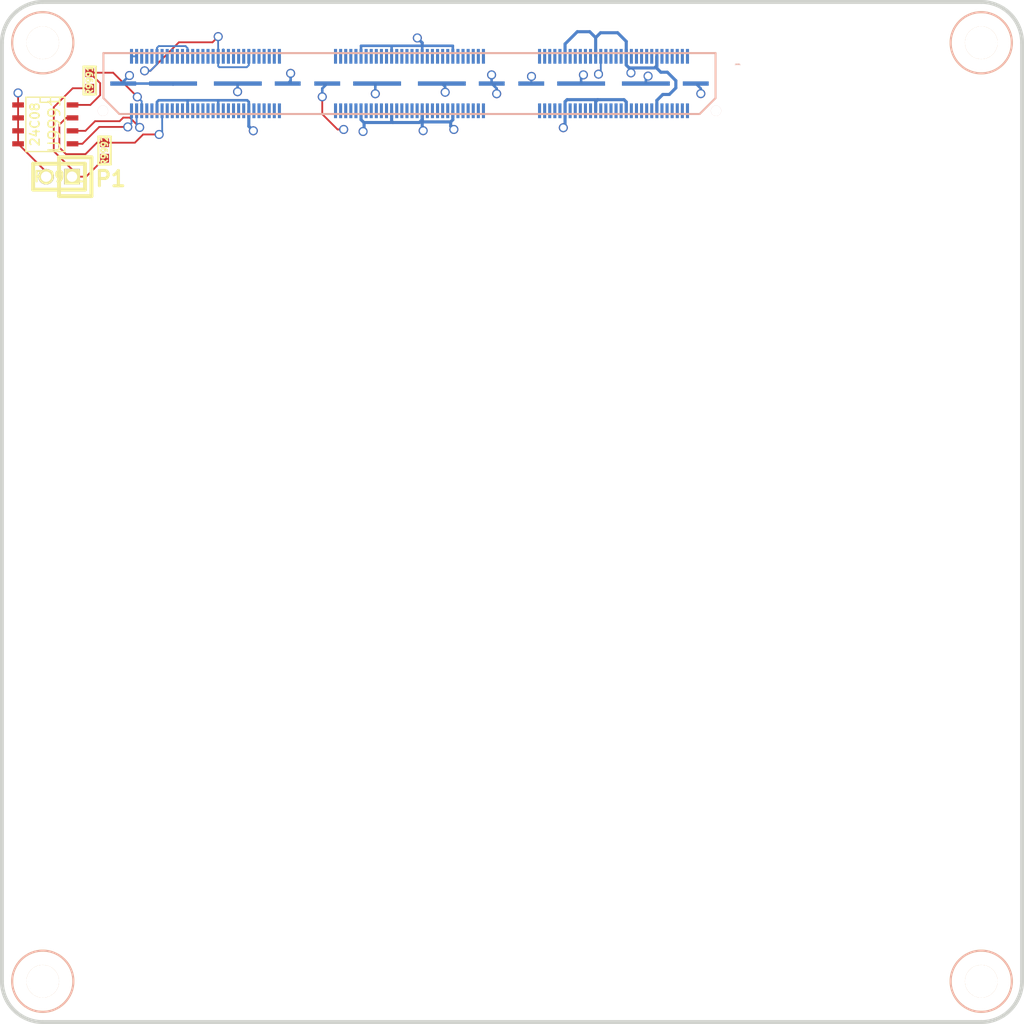
<source format=kicad_pcb>
(kicad_pcb (version 3) (host pcbnew "(2012-nov-02)-testing")

  (general
    (links 45)
    (no_connects 12)
    (area 79.809339 43.809919 180.190141 144.190721)
    (thickness 1.6)
    (drawings 9)
    (tracks 236)
    (zones 0)
    (modules 9)
    (nets 162)
  )

  (page A4)
  (title_block     (title "Daisho Project RS232 Front-End Board")
    (rev 1.0)
    (comment 1 "Copyright © 2013 Benjamin Vernoux")
    (comment 2 "License: GNU General Public License, version 2")
  )

  (layers
    (15 F.Cu signal)
    (2 Inner2.Cu signal)
    (1 Inner1.Cu signal)
    (0 B.Cu signal)
    (16 B.Adhes user)
    (17 F.Adhes user)
    (18 B.Paste user)
    (19 F.Paste user)
    (20 B.SilkS user)
    (21 F.SilkS user)
    (22 B.Mask user)
    (23 F.Mask user)
    (24 Dwgs.User user)
    (25 Cmts.User user)
    (26 Eco1.User user)
    (27 Eco2.User user)
    (28 Edge.Cuts user)
  )

  (setup
    (last_trace_width 0.1778)
    (user_trace_width 0.1778)
    (user_trace_width 0.254)
    (trace_clearance 0.1778)
    (zone_clearance 0.508)
    (zone_45_only no)
    (trace_min 0.1778)
    (segment_width 0.2)
    (edge_width 0.381)
    (via_size 0.889)
    (via_drill 0.635)
    (via_min_size 0.889)
    (via_min_drill 0.508)
    (uvia_size 0.508)
    (uvia_drill 0.127)
    (uvias_allowed no)
    (uvia_min_size 0.508)
    (uvia_min_drill 0.127)
    (pcb_text_width 0.3)
    (pcb_text_size 1.5 1.5)
    (mod_edge_width 0.15)
    (mod_text_size 1.5 1.5)
    (mod_text_width 0.15)
    (pad_size 3.2004 3.2004)
    (pad_drill 3.2004)
    (pad_to_mask_clearance 0.1524)
    (pad_to_paste_clearance_ratio -0.12)
    (aux_axis_origin 0 0)
    (visible_elements 7FFC7FFF)
    (pcbplotparams
      (layerselection 284983303)
      (usegerberextensions true)
      (excludeedgelayer true)
      (linewidth 0)
      (plotframeref false)
      (viasonmask false)
      (mode 1)
      (useauxorigin false)
      (hpglpennumber 1)
      (hpglpenspeed 20)
      (hpglpendiameter 15)
      (hpglpenoverlay 2)
      (psnegative false)
      (psa4output false)
      (plotreference false)
      (plotvalue false)
      (plotothertext true)
      (plotinvisibletext false)
      (padsonsilk false)
      (subtractmaskfromsilk false)
      (outputformat 1)
      (mirror false)
      (drillshape 0)
      (scaleselection 1)
      (outputdirectory gerber/))
  )

  (net 0 "")
  (net 1 !EN-B-TTL)
  (net 2 !EN-D-TTL)
  (net 3 !FORCEOFF-A-TTL)
  (net 4 !FORCEOFF-C-TTL)
  (net 5 !INVALID-A-TTL)
  (net 6 !INVALID-C-TTL)
  (net 7 !SHDN-B-TTL)
  (net 8 !SHDN-D-TTL)
  (net 9 /daisho_connector/FE_I2C_SCL)
  (net 10 /daisho_connector/FE_I2C_SDA)
  (net 11 /daisho_connector/VALT_FE)
  (net 12 /daisho_connector/VRAW_SW)
  (net 13 3V3A)
  (net 14 3V3B)
  (net 15 3V3C)
  (net 16 CD-A-TTL)
  (net 17 CD-B-TTL)
  (net 18 CD-C-TTL)
  (net 19 CD-D-TTL)
  (net 20 CTS-A-TTL)
  (net 21 CTS-B-TTL)
  (net 22 CTS-C-TTL)
  (net 23 CTS-D-TTL)
  (net 24 DSR-A-TTL)
  (net 25 DSR-B-TTL)
  (net 26 DSR-C-TTL)
  (net 27 DSR-D-TTL)
  (net 28 DTR-A-TTL)
  (net 29 DTR-B-TTL)
  (net 30 DTR-C-TTL)
  (net 31 DTR-D-TTL)
  (net 32 FE_I2C_EEPROM_WP)
  (net 33 FE_I2C_VCC)
  (net 34 FORCEON-A-TTL)
  (net 35 FORCEON-C-TTL)
  (net 36 GND)
  (net 37 MBAUD-B-TTL)
  (net 38 MBAUD-D-TTL)
  (net 39 N-000001)
  (net 40 N-0000010)
  (net 41 N-00000103)
  (net 42 N-00000108)
  (net 43 N-00000109)
  (net 44 N-0000011)
  (net 45 N-00000110)
  (net 46 N-00000111)
  (net 47 N-00000112)
  (net 48 N-00000113)
  (net 49 N-00000114)
  (net 50 N-00000115)
  (net 51 N-00000116)
  (net 52 N-00000117)
  (net 53 N-00000118)
  (net 54 N-00000119)
  (net 55 N-0000012)
  (net 56 N-00000120)
  (net 57 N-00000121)
  (net 58 N-00000122)
  (net 59 N-00000123)
  (net 60 N-00000124)
  (net 61 N-00000125)
  (net 62 N-00000126)
  (net 63 N-00000127)
  (net 64 N-00000128)
  (net 65 N-00000129)
  (net 66 N-0000013)
  (net 67 N-00000130)
  (net 68 N-00000131)
  (net 69 N-00000132)
  (net 70 N-00000134)
  (net 71 N-00000135)
  (net 72 N-00000136)
  (net 73 N-00000137)
  (net 74 N-00000138)
  (net 75 N-0000014)
  (net 76 N-0000015)
  (net 77 N-0000016)
  (net 78 N-0000017)
  (net 79 N-0000018)
  (net 80 N-0000019)
  (net 81 N-000002)
  (net 82 N-0000020)
  (net 83 N-0000021)
  (net 84 N-0000022)
  (net 85 N-0000023)
  (net 86 N-0000024)
  (net 87 N-0000025)
  (net 88 N-0000026)
  (net 89 N-0000027)
  (net 90 N-0000028)
  (net 91 N-0000029)
  (net 92 N-000003)
  (net 93 N-0000030)
  (net 94 N-0000031)
  (net 95 N-0000032)
  (net 96 N-0000033)
  (net 97 N-0000034)
  (net 98 N-0000035)
  (net 99 N-0000036)
  (net 100 N-0000037)
  (net 101 N-000004)
  (net 102 N-0000048)
  (net 103 N-0000049)
  (net 104 N-000005)
  (net 105 N-0000050)
  (net 106 N-0000051)
  (net 107 N-0000052)
  (net 108 N-0000053)
  (net 109 N-0000054)
  (net 110 N-0000055)
  (net 111 N-0000056)
  (net 112 N-0000057)
  (net 113 N-0000058)
  (net 114 N-0000059)
  (net 115 N-000006)
  (net 116 N-0000060)
  (net 117 N-0000061)
  (net 118 N-0000062)
  (net 119 N-0000066)
  (net 120 N-000007)
  (net 121 N-0000070)
  (net 122 N-0000071)
  (net 123 N-0000073)
  (net 124 N-0000077)
  (net 125 N-0000078)
  (net 126 N-0000079)
  (net 127 N-000008)
  (net 128 N-0000080)
  (net 129 N-0000081)
  (net 130 N-0000082)
  (net 131 N-0000083)
  (net 132 N-0000084)
  (net 133 N-0000085)
  (net 134 N-0000086)
  (net 135 N-0000087)
  (net 136 N-0000088)
  (net 137 N-0000089)
  (net 138 N-000009)
  (net 139 N-0000090)
  (net 140 N-0000091)
  (net 141 N-0000092)
  (net 142 N-0000093)
  (net 143 N-0000094)
  (net 144 N-0000095)
  (net 145 N-0000096)
  (net 146 RI-A-TTL)
  (net 147 RI-B-TTL)
  (net 148 RI-C-TTL)
  (net 149 RI-D-TTL)
  (net 150 RTS-A-TTL)
  (net 151 RTS-B-TTL)
  (net 152 RTS-C-TTL)
  (net 153 RTS-D-TTL)
  (net 154 RXD-A-TTL)
  (net 155 RXD-B-TTL)
  (net 156 RXD-C-TTL)
  (net 157 RXD-D-TTL)
  (net 158 TXD-A-TTL)
  (net 159 TXD-B-TTL)
  (net 160 TXD-C-TTL)
  (net 161 TXD-D-TTL)

  (net_class Default "This is the default net class."
    (clearance 0.1778)
    (trace_width 0.1778)
    (via_dia 0.889)
    (via_drill 0.635)
    (uvia_dia 0.508)
    (uvia_drill 0.127)
    (add_net "")
    (add_net !EN-B-TTL)
    (add_net !EN-D-TTL)
    (add_net !FORCEOFF-A-TTL)
    (add_net !FORCEOFF-C-TTL)
    (add_net !INVALID-A-TTL)
    (add_net !INVALID-C-TTL)
    (add_net !SHDN-B-TTL)
    (add_net !SHDN-D-TTL)
    (add_net /daisho_connector/FE_I2C_SCL)
    (add_net /daisho_connector/FE_I2C_SDA)
    (add_net /daisho_connector/VALT_FE)
    (add_net /daisho_connector/VRAW_SW)
    (add_net CD-A-TTL)
    (add_net CD-B-TTL)
    (add_net CD-C-TTL)
    (add_net CD-D-TTL)
    (add_net CTS-A-TTL)
    (add_net CTS-B-TTL)
    (add_net CTS-C-TTL)
    (add_net CTS-D-TTL)
    (add_net DSR-A-TTL)
    (add_net DSR-B-TTL)
    (add_net DSR-C-TTL)
    (add_net DSR-D-TTL)
    (add_net DTR-A-TTL)
    (add_net DTR-B-TTL)
    (add_net DTR-C-TTL)
    (add_net DTR-D-TTL)
    (add_net FE_I2C_EEPROM_WP)
    (add_net FE_I2C_VCC)
    (add_net FORCEON-A-TTL)
    (add_net FORCEON-C-TTL)
    (add_net GND)
    (add_net MBAUD-B-TTL)
    (add_net MBAUD-D-TTL)
    (add_net N-000001)
    (add_net N-0000010)
    (add_net N-00000103)
    (add_net N-00000108)
    (add_net N-00000109)
    (add_net N-0000011)
    (add_net N-00000110)
    (add_net N-00000111)
    (add_net N-00000112)
    (add_net N-00000113)
    (add_net N-00000114)
    (add_net N-00000115)
    (add_net N-00000116)
    (add_net N-00000117)
    (add_net N-00000118)
    (add_net N-00000119)
    (add_net N-0000012)
    (add_net N-00000120)
    (add_net N-00000121)
    (add_net N-00000122)
    (add_net N-00000123)
    (add_net N-00000124)
    (add_net N-00000125)
    (add_net N-00000126)
    (add_net N-00000127)
    (add_net N-00000128)
    (add_net N-00000129)
    (add_net N-0000013)
    (add_net N-00000130)
    (add_net N-00000131)
    (add_net N-00000132)
    (add_net N-00000134)
    (add_net N-00000135)
    (add_net N-00000136)
    (add_net N-00000137)
    (add_net N-00000138)
    (add_net N-0000014)
    (add_net N-0000015)
    (add_net N-0000016)
    (add_net N-0000017)
    (add_net N-0000018)
    (add_net N-0000019)
    (add_net N-000002)
    (add_net N-0000020)
    (add_net N-0000021)
    (add_net N-0000022)
    (add_net N-0000023)
    (add_net N-0000024)
    (add_net N-0000025)
    (add_net N-0000026)
    (add_net N-0000027)
    (add_net N-0000028)
    (add_net N-0000029)
    (add_net N-000003)
    (add_net N-0000030)
    (add_net N-0000031)
    (add_net N-0000032)
    (add_net N-0000033)
    (add_net N-0000034)
    (add_net N-0000035)
    (add_net N-0000036)
    (add_net N-0000037)
    (add_net N-000004)
    (add_net N-0000048)
    (add_net N-0000049)
    (add_net N-000005)
    (add_net N-0000050)
    (add_net N-0000051)
    (add_net N-0000052)
    (add_net N-0000053)
    (add_net N-0000054)
    (add_net N-0000055)
    (add_net N-0000056)
    (add_net N-0000057)
    (add_net N-0000058)
    (add_net N-0000059)
    (add_net N-000006)
    (add_net N-0000060)
    (add_net N-0000061)
    (add_net N-0000062)
    (add_net N-0000066)
    (add_net N-000007)
    (add_net N-0000070)
    (add_net N-0000071)
    (add_net N-0000073)
    (add_net N-0000077)
    (add_net N-0000078)
    (add_net N-0000079)
    (add_net N-000008)
    (add_net N-0000080)
    (add_net N-0000081)
    (add_net N-0000082)
    (add_net N-0000083)
    (add_net N-0000084)
    (add_net N-0000085)
    (add_net N-0000086)
    (add_net N-0000087)
    (add_net N-0000088)
    (add_net N-0000089)
    (add_net N-000009)
    (add_net N-0000090)
    (add_net N-0000091)
    (add_net N-0000092)
    (add_net N-0000093)
    (add_net N-0000094)
    (add_net N-0000095)
    (add_net N-0000096)
    (add_net RI-A-TTL)
    (add_net RI-B-TTL)
    (add_net RI-C-TTL)
    (add_net RI-D-TTL)
    (add_net RTS-A-TTL)
    (add_net RTS-B-TTL)
    (add_net RTS-C-TTL)
    (add_net RTS-D-TTL)
    (add_net RXD-A-TTL)
    (add_net RXD-B-TTL)
    (add_net RXD-C-TTL)
    (add_net RXD-D-TTL)
    (add_net TXD-A-TTL)
    (add_net TXD-B-TTL)
    (add_net TXD-C-TTL)
    (add_net TXD-D-TTL)
  )

  (net_class 3V3 ""
    (clearance 0.1778)
    (trace_width 0.3048)
    (via_dia 0.889)
    (via_drill 0.635)
    (uvia_dia 0.508)
    (uvia_drill 0.127)
    (add_net 3V3A)
    (add_net 3V3B)
    (add_net 3V3C)
  )

  (module SAMTEC_QSH-090-01-F-D-A   locked (layer B.Cu) (tedit 525DB7C3) (tstamp 51DDD757)
    (at 119.95 52)
    (path /51D64179/51D6425B)
    (fp_text reference J9991 (at 32.175 -1.875) (layer B.SilkS)
      (effects (font (size 0.127 0.127) (thickness 0.03175)) (justify mirror))
    )
    (fp_text value SAMTEC_QSH-090-D (at -1.525 -5.175) (layer B.SilkS)
      (effects (font (size 0.0004 0.0004) (thickness 0.3048)) (justify mirror))
    )
    (fp_line (start 30.00248 -2.9845) (end -30.00248 -2.9845) (layer B.SilkS) (width 0.2032))
    (fp_line (start -30.00248 -2.9845) (end -30.00248 1.42494) (layer B.SilkS) (width 0.2032))
    (fp_line (start -30.00248 1.42494) (end -28.44292 2.9845) (layer B.SilkS) (width 0.2032))
    (fp_line (start -28.44292 2.9845) (end 28.44292 2.9845) (layer B.SilkS) (width 0.2032))
    (fp_line (start 28.44292 2.9845) (end 30.00248 1.42494) (layer B.SilkS) (width 0.2032))
    (fp_line (start 30.00248 1.42494) (end 30.00248 -2.9845) (layer B.SilkS) (width 0.2032))
    (pad 2 smd rect (at -27.24912 2.66954) (size 0.29972 1.45034)
      (layers B.Cu B.Paste B.Mask)
      (net 10 /daisho_connector/FE_I2C_SDA)
    )
    (pad 1 smd rect (at -27.24912 -2.66954) (size 0.29972 1.45034)
      (layers B.Cu B.Paste B.Mask)
      (net 11 /daisho_connector/VALT_FE)
    )
    (pad 4 smd rect (at -26.74874 2.66954) (size 0.29972 1.45034)
      (layers B.Cu B.Paste B.Mask)
      (net 9 /daisho_connector/FE_I2C_SCL)
    )
    (pad 3 smd rect (at -26.74874 -2.66954) (size 0.29972 1.45034)
      (layers B.Cu B.Paste B.Mask)
      (net 11 /daisho_connector/VALT_FE)
    )
    (pad 6 smd rect (at -26.2509 2.66954) (size 0.29972 1.45034)
      (layers B.Cu B.Paste B.Mask)
      (net 33 FE_I2C_VCC)
    )
    (pad 5 smd rect (at -26.2509 -2.66954) (size 0.29972 1.45034)
      (layers B.Cu B.Paste B.Mask)
      (net 70 N-00000134)
    )
    (pad 8 smd rect (at -25.75052 2.66954) (size 0.29972 1.45034)
      (layers B.Cu B.Paste B.Mask)
      (net 72 N-00000136)
    )
    (pad 7 smd rect (at -25.75052 -2.66954) (size 0.29972 1.45034)
      (layers B.Cu B.Paste B.Mask)
      (net 71 N-00000135)
    )
    (pad 10 smd rect (at -25.25014 2.66954) (size 0.29972 1.45034)
      (layers B.Cu B.Paste B.Mask)
      (net 74 N-00000138)
    )
    (pad 9 smd rect (at -25.25014 -2.66954) (size 0.29972 1.45034)
      (layers B.Cu B.Paste B.Mask)
      (net 73 N-00000137)
    )
    (pad 12 smd rect (at -24.74976 2.66954) (size 0.29972 1.45034)
      (layers B.Cu B.Paste B.Mask)
      (net 13 3V3A)
    )
    (pad 11 smd rect (at -24.74976 -2.66954) (size 0.29972 1.45034)
      (layers B.Cu B.Paste B.Mask)
      (net 12 /daisho_connector/VRAW_SW)
    )
    (pad 14 smd rect (at -24.24938 2.66954) (size 0.29972 1.45034)
      (layers B.Cu B.Paste B.Mask)
      (net 32 FE_I2C_EEPROM_WP)
    )
    (pad 13 smd rect (at -24.24938 -2.66954) (size 0.29972 1.45034)
      (layers B.Cu B.Paste B.Mask)
      (net 7 !SHDN-B-TTL)
    )
    (pad 16 smd rect (at -23.749 2.66954) (size 0.29972 1.45034)
      (layers B.Cu B.Paste B.Mask)
      (net 5 !INVALID-A-TTL)
    )
    (pad 15 smd rect (at -23.749 -2.66954) (size 0.29972 1.45034)
      (layers B.Cu B.Paste B.Mask)
      (net 1 !EN-B-TTL)
    )
    (pad 18 smd rect (at -23.25116 2.66954) (size 0.29972 1.45034)
      (layers B.Cu B.Paste B.Mask)
      (net 3 !FORCEOFF-A-TTL)
    )
    (pad 17 smd rect (at -23.25116 -2.66954) (size 0.29972 1.45034)
      (layers B.Cu B.Paste B.Mask)
      (net 37 MBAUD-B-TTL)
    )
    (pad 20 smd rect (at -22.75078 2.66954) (size 0.29972 1.45034)
      (layers B.Cu B.Paste B.Mask)
      (net 34 FORCEON-A-TTL)
    )
    (pad 19 smd rect (at -22.75078 -2.66954) (size 0.29972 1.45034)
      (layers B.Cu B.Paste B.Mask)
      (net 51 N-00000116)
    )
    (pad 22 smd rect (at -22.2504 2.66954) (size 0.29972 1.45034)
      (layers B.Cu B.Paste B.Mask)
      (net 53 N-00000118)
    )
    (pad 21 smd rect (at -22.2504 -2.66954) (size 0.29972 1.45034)
      (layers B.Cu B.Paste B.Mask)
      (net 52 N-00000117)
    )
    (pad 24 smd rect (at -21.75002 2.66954) (size 0.29972 1.45034)
      (layers B.Cu B.Paste B.Mask)
      (net 13 3V3A)
    )
    (pad 23 smd rect (at -21.75002 -2.66954) (size 0.29972 1.45034)
      (layers B.Cu B.Paste B.Mask)
      (net 12 /daisho_connector/VRAW_SW)
    )
    (pad 26 smd rect (at -21.24964 2.66954) (size 0.29972 1.45034)
      (layers B.Cu B.Paste B.Mask)
      (net 16 CD-A-TTL)
    )
    (pad 25 smd rect (at -21.24964 -2.66954) (size 0.29972 1.45034)
      (layers B.Cu B.Paste B.Mask)
      (net 17 CD-B-TTL)
    )
    (pad 28 smd rect (at -20.74926 2.66954) (size 0.29972 1.45034)
      (layers B.Cu B.Paste B.Mask)
      (net 28 DTR-A-TTL)
    )
    (pad 27 smd rect (at -20.74926 -2.66954) (size 0.29972 1.45034)
      (layers B.Cu B.Paste B.Mask)
      (net 29 DTR-B-TTL)
    )
    (pad 30 smd rect (at -20.24888 2.66954) (size 0.29972 1.45034)
      (layers B.Cu B.Paste B.Mask)
      (net 158 TXD-A-TTL)
    )
    (pad 29 smd rect (at -20.24888 -2.66954) (size 0.29972 1.45034)
      (layers B.Cu B.Paste B.Mask)
      (net 159 TXD-B-TTL)
    )
    (pad 32 smd rect (at -19.75104 2.66954) (size 0.29972 1.45034)
      (layers B.Cu B.Paste B.Mask)
      (net 150 RTS-A-TTL)
    )
    (pad 31 smd rect (at -19.75104 -2.66954) (size 0.29972 1.45034)
      (layers B.Cu B.Paste B.Mask)
      (net 151 RTS-B-TTL)
    )
    (pad 34 smd rect (at -19.25066 2.66954) (size 0.29972 1.45034)
      (layers B.Cu B.Paste B.Mask)
      (net 146 RI-A-TTL)
    )
    (pad 33 smd rect (at -19.25066 -2.66954) (size 0.29972 1.45034)
      (layers B.Cu B.Paste B.Mask)
      (net 147 RI-B-TTL)
    )
    (pad 36 smd rect (at -18.75028 2.66954) (size 0.29972 1.45034)
      (layers B.Cu B.Paste B.Mask)
      (net 13 3V3A)
    )
    (pad 35 smd rect (at -18.75028 -2.66954) (size 0.29972 1.45034)
      (layers B.Cu B.Paste B.Mask)
      (net 12 /daisho_connector/VRAW_SW)
    )
    (pad 38 smd rect (at -18.2499 2.66954) (size 0.29972 1.45034)
      (layers B.Cu B.Paste B.Mask)
      (net 20 CTS-A-TTL)
    )
    (pad 37 smd rect (at -18.2499 -2.66954) (size 0.29972 1.45034)
      (layers B.Cu B.Paste B.Mask)
      (net 21 CTS-B-TTL)
    )
    (pad 40 smd rect (at -17.74952 2.66954) (size 0.29972 1.45034)
      (layers B.Cu B.Paste B.Mask)
      (net 154 RXD-A-TTL)
    )
    (pad 39 smd rect (at -17.74952 -2.66954) (size 0.29972 1.45034)
      (layers B.Cu B.Paste B.Mask)
      (net 155 RXD-B-TTL)
    )
    (pad 42 smd rect (at -17.24914 2.66954) (size 0.29972 1.45034)
      (layers B.Cu B.Paste B.Mask)
      (net 24 DSR-A-TTL)
    )
    (pad 41 smd rect (at -17.24914 -2.66954) (size 0.29972 1.45034)
      (layers B.Cu B.Paste B.Mask)
      (net 25 DSR-B-TTL)
    )
    (pad 44 smd rect (at -16.74876 2.66954) (size 0.29972 1.45034)
      (layers B.Cu B.Paste B.Mask)
      (net 54 N-00000119)
    )
    (pad 43 smd rect (at -16.74876 -2.66954) (size 0.29972 1.45034)
      (layers B.Cu B.Paste B.Mask)
      (net 63 N-00000127)
    )
    (pad 46 smd rect (at -16.25092 2.66954) (size 0.29972 1.45034)
      (layers B.Cu B.Paste B.Mask)
      (net 56 N-00000120)
    )
    (pad 45 smd rect (at -16.25092 -2.66954) (size 0.29972 1.45034)
      (layers B.Cu B.Paste B.Mask)
      (net 64 N-00000128)
    )
    (pad 48 smd rect (at -15.75054 2.66954) (size 0.29972 1.45034)
      (layers B.Cu B.Paste B.Mask)
      (net 13 3V3A)
    )
    (pad 47 smd rect (at -15.75054 -2.66954) (size 0.29972 1.45034)
      (layers B.Cu B.Paste B.Mask)
      (net 12 /daisho_connector/VRAW_SW)
    )
    (pad 50 smd rect (at -15.25016 2.66954) (size 0.29972 1.45034)
      (layers B.Cu B.Paste B.Mask)
      (net 57 N-00000121)
    )
    (pad 49 smd rect (at -15.25016 -2.66954) (size 0.29972 1.45034)
      (layers B.Cu B.Paste B.Mask)
      (net 65 N-00000129)
    )
    (pad 52 smd rect (at -14.74978 2.66954) (size 0.29972 1.45034)
      (layers B.Cu B.Paste B.Mask)
      (net 58 N-00000122)
    )
    (pad 51 smd rect (at -14.74978 -2.66954) (size 0.29972 1.45034)
      (layers B.Cu B.Paste B.Mask)
      (net 67 N-00000130)
    )
    (pad 54 smd rect (at -14.2494 2.66954) (size 0.29972 1.45034)
      (layers B.Cu B.Paste B.Mask)
      (net 59 N-00000123)
    )
    (pad 53 smd rect (at -14.2494 -2.66954) (size 0.29972 1.45034)
      (layers B.Cu B.Paste B.Mask)
      (net 68 N-00000131)
    )
    (pad 56 smd rect (at -13.74902 2.66954) (size 0.29972 1.45034)
      (layers B.Cu B.Paste B.Mask)
      (net 49 N-00000114)
    )
    (pad 55 smd rect (at -13.74902 -2.66954) (size 0.29972 1.45034)
      (layers B.Cu B.Paste B.Mask)
      (net 69 N-00000132)
    )
    (pad 58 smd rect (at -13.25118 2.66954) (size 0.29972 1.45034)
      (layers B.Cu B.Paste B.Mask)
      (net 61 N-00000125)
    )
    (pad 57 smd rect (at -13.25118 -2.66954) (size 0.29972 1.45034)
      (layers B.Cu B.Paste B.Mask)
      (net 60 N-00000124)
    )
    (pad 60 smd rect (at -12.7508 2.66954) (size 0.29972 1.45034)
      (layers B.Cu B.Paste B.Mask)
      (net 62 N-00000126)
    )
    (pad 59 smd rect (at -12.7508 -2.66954) (size 0.29972 1.45034)
      (layers B.Cu B.Paste B.Mask)
      (net 48 N-00000113)
    )
    (pad A0 smd rect (at -28.06446 0) (size 2.54 0.42926)
      (layers B.Cu B.Paste B.Mask)
      (net 36 GND)
    )
    (pad A1 smd rect (at -23.17496 0) (size 4.699 0.42926)
      (layers B.Cu B.Paste B.Mask)
      (net 36 GND)
    )
    (pad A2 smd rect (at -16.82496 0) (size 4.699 0.42926)
      (layers B.Cu B.Paste B.Mask)
      (net 36 GND)
    )
    (pad A3 smd rect (at -11.93546 0) (size 2.54 0.42926)
      (layers B.Cu B.Paste B.Mask)
      (net 36 GND)
    )
    (pad 62 smd rect (at -7.24916 2.66954) (size 0.29972 1.45034)
      (layers B.Cu B.Paste B.Mask)
      (net 84 N-0000022)
    )
    (pad 61 smd rect (at -7.24916 -2.66954) (size 0.29972 1.45034)
      (layers B.Cu B.Paste B.Mask)
      (net 39 N-000001)
    )
    (pad 64 smd rect (at -6.74878 2.66954) (size 0.29972 1.45034)
      (layers B.Cu B.Paste B.Mask)
      (net 85 N-0000023)
    )
    (pad 63 smd rect (at -6.74878 -2.66954) (size 0.29972 1.45034)
      (layers B.Cu B.Paste B.Mask)
      (net 55 N-0000012)
    )
    (pad 66 smd rect (at -6.25094 2.66954) (size 0.29972 1.45034)
      (layers B.Cu B.Paste B.Mask)
      (net 86 N-0000024)
    )
    (pad 65 smd rect (at -6.25094 -2.66954) (size 0.29972 1.45034)
      (layers B.Cu B.Paste B.Mask)
      (net 66 N-0000013)
    )
    (pad 68 smd rect (at -5.75056 2.66954) (size 0.29972 1.45034)
      (layers B.Cu B.Paste B.Mask)
      (net 87 N-0000025)
    )
    (pad 67 smd rect (at -5.75056 -2.66954) (size 0.29972 1.45034)
      (layers B.Cu B.Paste B.Mask)
      (net 75 N-0000014)
    )
    (pad 70 smd rect (at -5.25018 2.66954) (size 0.29972 1.45034)
      (layers B.Cu B.Paste B.Mask)
      (net 88 N-0000026)
    )
    (pad 69 smd rect (at -5.25018 -2.66954) (size 0.29972 1.45034)
      (layers B.Cu B.Paste B.Mask)
      (net 76 N-0000015)
    )
    (pad 72 smd rect (at -4.7498 2.66954) (size 0.29972 1.45034)
      (layers B.Cu B.Paste B.Mask)
      (net 14 3V3B)
    )
    (pad 71 smd rect (at -4.7498 -2.66954) (size 0.29972 1.45034)
      (layers B.Cu B.Paste B.Mask)
      (net 14 3V3B)
    )
    (pad 74 smd rect (at -4.24942 2.66954) (size 0.29972 1.45034)
      (layers B.Cu B.Paste B.Mask)
      (net 89 N-0000027)
    )
    (pad 73 smd rect (at -4.24942 -2.66954) (size 0.29972 1.45034)
      (layers B.Cu B.Paste B.Mask)
      (net 77 N-0000016)
    )
    (pad 76 smd rect (at -3.74904 2.66954) (size 0.29972 1.45034)
      (layers B.Cu B.Paste B.Mask)
      (net 90 N-0000028)
    )
    (pad 75 smd rect (at -3.74904 -2.66954) (size 0.29972 1.45034)
      (layers B.Cu B.Paste B.Mask)
      (net 78 N-0000017)
    )
    (pad 78 smd rect (at -3.2512 2.66954) (size 0.29972 1.45034)
      (layers B.Cu B.Paste B.Mask)
      (net 83 N-0000021)
    )
    (pad 77 smd rect (at -3.2512 -2.66954) (size 0.29972 1.45034)
      (layers B.Cu B.Paste B.Mask)
      (net 79 N-0000018)
    )
    (pad 80 smd rect (at -2.75082 2.66954) (size 0.29972 1.45034)
      (layers B.Cu B.Paste B.Mask)
      (net 93 N-0000030)
    )
    (pad 79 smd rect (at -2.75082 -2.66954) (size 0.29972 1.45034)
      (layers B.Cu B.Paste B.Mask)
      (net 80 N-0000019)
    )
    (pad 82 smd rect (at -2.25044 2.66954) (size 0.29972 1.45034)
      (layers B.Cu B.Paste B.Mask)
      (net 94 N-0000031)
    )
    (pad 81 smd rect (at -2.25044 -2.66954) (size 0.29972 1.45034)
      (layers B.Cu B.Paste B.Mask)
      (net 82 N-0000020)
    )
    (pad 84 smd rect (at -1.75006 2.66954) (size 0.29972 1.45034)
      (layers B.Cu B.Paste B.Mask)
      (net 14 3V3B)
    )
    (pad 83 smd rect (at -1.75006 -2.66954) (size 0.29972 1.45034)
      (layers B.Cu B.Paste B.Mask)
      (net 14 3V3B)
    )
    (pad 86 smd rect (at -1.24968 2.66954) (size 0.29972 1.45034)
      (layers B.Cu B.Paste B.Mask)
      (net 95 N-0000032)
    )
    (pad 85 smd rect (at -1.24968 -2.66954) (size 0.29972 1.45034)
      (layers B.Cu B.Paste B.Mask)
      (net 91 N-0000029)
    )
    (pad 88 smd rect (at -0.7493 2.66954) (size 0.29972 1.45034)
      (layers B.Cu B.Paste B.Mask)
      (net 96 N-0000033)
    )
    (pad 87 smd rect (at -0.7493 -2.66954) (size 0.29972 1.45034)
      (layers B.Cu B.Paste B.Mask)
      (net 103 N-0000049)
    )
    (pad 90 smd rect (at -0.24892 2.66954) (size 0.29972 1.45034)
      (layers B.Cu B.Paste B.Mask)
      (net 97 N-0000034)
    )
    (pad 89 smd rect (at -0.24892 -2.66954) (size 0.29972 1.45034)
      (layers B.Cu B.Paste B.Mask)
      (net 105 N-0000050)
    )
    (pad 92 smd rect (at 0.24892 2.66954) (size 0.29972 1.45034)
      (layers B.Cu B.Paste B.Mask)
      (net 98 N-0000035)
    )
    (pad 91 smd rect (at 0.24892 -2.66954) (size 0.29972 1.45034)
      (layers B.Cu B.Paste B.Mask)
      (net 106 N-0000051)
    )
    (pad 94 smd rect (at 0.7493 2.66954) (size 0.29972 1.45034)
      (layers B.Cu B.Paste B.Mask)
      (net 99 N-0000036)
    )
    (pad 93 smd rect (at 0.7493 -2.66954) (size 0.29972 1.45034)
      (layers B.Cu B.Paste B.Mask)
      (net 107 N-0000052)
    )
    (pad 96 smd rect (at 1.24968 2.66954) (size 0.29972 1.45034)
      (layers B.Cu B.Paste B.Mask)
      (net 14 3V3B)
    )
    (pad 95 smd rect (at 1.24968 -2.66954) (size 0.29972 1.45034)
      (layers B.Cu B.Paste B.Mask)
      (net 14 3V3B)
    )
    (pad 98 smd rect (at 1.75006 2.66954) (size 0.29972 1.45034)
      (layers B.Cu B.Paste B.Mask)
      (net 100 N-0000037)
    )
    (pad 97 smd rect (at 1.75006 -2.66954) (size 0.29972 1.45034)
      (layers B.Cu B.Paste B.Mask)
      (net 110 N-0000055)
    )
    (pad 100 smd rect (at 2.25044 2.66954) (size 0.29972 1.45034)
      (layers B.Cu B.Paste B.Mask)
      (net 44 N-0000011)
    )
    (pad 99 smd rect (at 2.25044 -2.66954) (size 0.29972 1.45034)
      (layers B.Cu B.Paste B.Mask)
      (net 109 N-0000054)
    )
    (pad 102 smd rect (at 2.75082 2.66954) (size 0.29972 1.45034)
      (layers B.Cu B.Paste B.Mask)
      (net 81 N-000002)
    )
    (pad 101 smd rect (at 2.75082 -2.66954) (size 0.29972 1.45034)
      (layers B.Cu B.Paste B.Mask)
      (net 108 N-0000053)
    )
    (pad 104 smd rect (at 3.2512 2.66954) (size 0.29972 1.45034)
      (layers B.Cu B.Paste B.Mask)
      (net 92 N-000003)
    )
    (pad 103 smd rect (at 3.2512 -2.66954) (size 0.29972 1.45034)
      (layers B.Cu B.Paste B.Mask)
      (net 111 N-0000056)
    )
    (pad 106 smd rect (at 3.74904 2.66954) (size 0.29972 1.45034)
      (layers B.Cu B.Paste B.Mask)
      (net 101 N-000004)
    )
    (pad 105 smd rect (at 3.74904 -2.66954) (size 0.29972 1.45034)
      (layers B.Cu B.Paste B.Mask)
      (net 112 N-0000057)
    )
    (pad 108 smd rect (at 4.24942 2.66954) (size 0.29972 1.45034)
      (layers B.Cu B.Paste B.Mask)
      (net 14 3V3B)
    )
    (pad 107 smd rect (at 4.24942 -2.66954) (size 0.29972 1.45034)
      (layers B.Cu B.Paste B.Mask)
      (net 14 3V3B)
    )
    (pad 110 smd rect (at 4.7498 2.66954) (size 0.29972 1.45034)
      (layers B.Cu B.Paste B.Mask)
      (net 104 N-000005)
    )
    (pad 109 smd rect (at 4.7498 -2.66954) (size 0.29972 1.45034)
      (layers B.Cu B.Paste B.Mask)
      (net 102 N-0000048)
    )
    (pad 112 smd rect (at 5.25018 2.66954) (size 0.29972 1.45034)
      (layers B.Cu B.Paste B.Mask)
      (net 115 N-000006)
    )
    (pad 111 smd rect (at 5.25018 -2.66954) (size 0.29972 1.45034)
      (layers B.Cu B.Paste B.Mask)
      (net 113 N-0000058)
    )
    (pad 114 smd rect (at 5.75056 2.66954) (size 0.29972 1.45034)
      (layers B.Cu B.Paste B.Mask)
      (net 120 N-000007)
    )
    (pad 113 smd rect (at 5.75056 -2.66954) (size 0.29972 1.45034)
      (layers B.Cu B.Paste B.Mask)
      (net 114 N-0000059)
    )
    (pad 116 smd rect (at 6.25094 2.66954) (size 0.29972 1.45034)
      (layers B.Cu B.Paste B.Mask)
      (net 127 N-000008)
    )
    (pad 115 smd rect (at 6.25094 -2.66954) (size 0.29972 1.45034)
      (layers B.Cu B.Paste B.Mask)
      (net 116 N-0000060)
    )
    (pad 118 smd rect (at 6.74878 2.66954) (size 0.29972 1.45034)
      (layers B.Cu B.Paste B.Mask)
      (net 138 N-000009)
    )
    (pad 117 smd rect (at 6.74878 -2.66954) (size 0.29972 1.45034)
      (layers B.Cu B.Paste B.Mask)
      (net 117 N-0000061)
    )
    (pad 120 smd rect (at 7.24916 2.66954) (size 0.29972 1.45034)
      (layers B.Cu B.Paste B.Mask)
      (net 40 N-0000010)
    )
    (pad 119 smd rect (at 7.24916 -2.66954) (size 0.29972 1.45034)
      (layers B.Cu B.Paste B.Mask)
      (net 118 N-0000062)
    )
    (pad B0 smd rect (at -8.0645 0) (size 2.54 0.42926)
      (layers B.Cu B.Paste B.Mask)
      (net 36 GND)
    )
    (pad B1 smd rect (at -3.175 0) (size 4.699 0.42926)
      (layers B.Cu B.Paste B.Mask)
      (net 36 GND)
    )
    (pad B2 smd rect (at 3.175 0) (size 4.699 0.42926)
      (layers B.Cu B.Paste B.Mask)
      (net 36 GND)
    )
    (pad B3 smd rect (at 8.0645 0) (size 2.54 0.42926)
      (layers B.Cu B.Paste B.Mask)
      (net 36 GND)
    )
    (pad 122 smd rect (at 12.7508 2.66954) (size 0.29972 1.45034)
      (layers B.Cu B.Paste B.Mask)
      (net 128 N-0000080)
    )
    (pad 121 smd rect (at 12.7508 -2.66954) (size 0.29972 1.45034)
      (layers B.Cu B.Paste B.Mask)
      (net 42 N-00000108)
    )
    (pad 124 smd rect (at 13.25118 2.66954) (size 0.29972 1.45034)
      (layers B.Cu B.Paste B.Mask)
      (net 129 N-0000081)
    )
    (pad 123 smd rect (at 13.25118 -2.66954) (size 0.29972 1.45034)
      (layers B.Cu B.Paste B.Mask)
      (net 43 N-00000109)
    )
    (pad 126 smd rect (at 13.74902 2.66954) (size 0.29972 1.45034)
      (layers B.Cu B.Paste B.Mask)
      (net 130 N-0000082)
    )
    (pad 125 smd rect (at 13.74902 -2.66954) (size 0.29972 1.45034)
      (layers B.Cu B.Paste B.Mask)
      (net 135 N-0000087)
    )
    (pad 128 smd rect (at 14.2494 2.66954) (size 0.29972 1.45034)
      (layers B.Cu B.Paste B.Mask)
      (net 131 N-0000083)
    )
    (pad 127 smd rect (at 14.2494 -2.66954) (size 0.29972 1.45034)
      (layers B.Cu B.Paste B.Mask)
      (net 125 N-0000078)
    )
    (pad 130 smd rect (at 14.74978 2.66954) (size 0.29972 1.45034)
      (layers B.Cu B.Paste B.Mask)
      (net 132 N-0000084)
    )
    (pad 129 smd rect (at 14.74978 -2.66954) (size 0.29972 1.45034)
      (layers B.Cu B.Paste B.Mask)
      (net 126 N-0000079)
    )
    (pad 132 smd rect (at 15.25016 2.66954) (size 0.29972 1.45034)
      (layers B.Cu B.Paste B.Mask)
      (net 15 3V3C)
    )
    (pad 131 smd rect (at 15.25016 -2.66954) (size 0.29972 1.45034)
      (layers B.Cu B.Paste B.Mask)
      (net 15 3V3C)
    )
    (pad 134 smd rect (at 15.75054 2.66954) (size 0.29972 1.45034)
      (layers B.Cu B.Paste B.Mask)
      (net 133 N-0000085)
    )
    (pad 133 smd rect (at 15.75054 -2.66954) (size 0.29972 1.45034)
      (layers B.Cu B.Paste B.Mask)
      (net 122 N-0000071)
    )
    (pad 136 smd rect (at 16.25092 2.66954) (size 0.29972 1.45034)
      (layers B.Cu B.Paste B.Mask)
      (net 6 !INVALID-C-TTL)
    )
    (pad 135 smd rect (at 16.25092 -2.66954) (size 0.29972 1.45034)
      (layers B.Cu B.Paste B.Mask)
      (net 8 !SHDN-D-TTL)
    )
    (pad 138 smd rect (at 16.74876 2.66954) (size 0.29972 1.45034)
      (layers B.Cu B.Paste B.Mask)
      (net 4 !FORCEOFF-C-TTL)
    )
    (pad 137 smd rect (at 16.74876 -2.66954) (size 0.29972 1.45034)
      (layers B.Cu B.Paste B.Mask)
      (net 2 !EN-D-TTL)
    )
    (pad 140 smd rect (at 17.24914 2.66954) (size 0.29972 1.45034)
      (layers B.Cu B.Paste B.Mask)
      (net 35 FORCEON-C-TTL)
    )
    (pad 139 smd rect (at 17.24914 -2.66954) (size 0.29972 1.45034)
      (layers B.Cu B.Paste B.Mask)
      (net 38 MBAUD-D-TTL)
    )
    (pad 142 smd rect (at 17.74952 2.66954) (size 0.29972 1.45034)
      (layers B.Cu B.Paste B.Mask)
      (net 47 N-00000112)
    )
    (pad 141 smd rect (at 17.74952 -2.66954) (size 0.29972 1.45034)
      (layers B.Cu B.Paste B.Mask)
      (net 46 N-00000111)
    )
    (pad 144 smd rect (at 18.2499 2.66954) (size 0.29972 1.45034)
      (layers B.Cu B.Paste B.Mask)
      (net 15 3V3C)
    )
    (pad 143 smd rect (at 18.2499 -2.66954) (size 0.29972 1.45034)
      (layers B.Cu B.Paste B.Mask)
      (net 15 3V3C)
    )
    (pad 146 smd rect (at 18.75028 2.66954) (size 0.29972 1.45034)
      (layers B.Cu B.Paste B.Mask)
      (net 18 CD-C-TTL)
    )
    (pad 145 smd rect (at 18.75028 -2.66954) (size 0.29972 1.45034)
      (layers B.Cu B.Paste B.Mask)
      (net 19 CD-D-TTL)
    )
    (pad 148 smd rect (at 19.25066 2.66954) (size 0.29972 1.45034)
      (layers B.Cu B.Paste B.Mask)
      (net 30 DTR-C-TTL)
    )
    (pad 147 smd rect (at 19.25066 -2.66954) (size 0.29972 1.45034)
      (layers B.Cu B.Paste B.Mask)
      (net 31 DTR-D-TTL)
    )
    (pad 150 smd rect (at 19.75104 2.66954) (size 0.29972 1.45034)
      (layers B.Cu B.Paste B.Mask)
      (net 160 TXD-C-TTL)
    )
    (pad 149 smd rect (at 19.75104 -2.66954) (size 0.29972 1.45034)
      (layers B.Cu B.Paste B.Mask)
      (net 161 TXD-D-TTL)
    )
    (pad 152 smd rect (at 20.24888 2.66954) (size 0.29972 1.45034)
      (layers B.Cu B.Paste B.Mask)
      (net 152 RTS-C-TTL)
    )
    (pad 151 smd rect (at 20.24888 -2.66954) (size 0.29972 1.45034)
      (layers B.Cu B.Paste B.Mask)
      (net 153 RTS-D-TTL)
    )
    (pad 154 smd rect (at 20.74926 2.66954) (size 0.29972 1.45034)
      (layers B.Cu B.Paste B.Mask)
      (net 148 RI-C-TTL)
    )
    (pad 153 smd rect (at 20.74926 -2.66954) (size 0.29972 1.45034)
      (layers B.Cu B.Paste B.Mask)
      (net 149 RI-D-TTL)
    )
    (pad 156 smd rect (at 21.24964 2.66954) (size 0.29972 1.45034)
      (layers B.Cu B.Paste B.Mask)
      (net 15 3V3C)
    )
    (pad 155 smd rect (at 21.24964 -2.66954) (size 0.29972 1.45034)
      (layers B.Cu B.Paste B.Mask)
      (net 15 3V3C)
    )
    (pad 158 smd rect (at 21.75002 2.66954) (size 0.29972 1.45034)
      (layers B.Cu B.Paste B.Mask)
      (net 22 CTS-C-TTL)
    )
    (pad 157 smd rect (at 21.75002 -2.66954) (size 0.29972 1.45034)
      (layers B.Cu B.Paste B.Mask)
      (net 23 CTS-D-TTL)
    )
    (pad 160 smd rect (at 22.2504 2.66954) (size 0.29972 1.45034)
      (layers B.Cu B.Paste B.Mask)
      (net 156 RXD-C-TTL)
    )
    (pad 159 smd rect (at 22.2504 -2.66954) (size 0.29972 1.45034)
      (layers B.Cu B.Paste B.Mask)
      (net 157 RXD-D-TTL)
    )
    (pad 162 smd rect (at 22.75078 2.66954) (size 0.29972 1.45034)
      (layers B.Cu B.Paste B.Mask)
      (net 26 DSR-C-TTL)
    )
    (pad 161 smd rect (at 22.75078 -2.66954) (size 0.29972 1.45034)
      (layers B.Cu B.Paste B.Mask)
      (net 27 DSR-D-TTL)
    )
    (pad 164 smd rect (at 23.25116 2.66954) (size 0.29972 1.45034)
      (layers B.Cu B.Paste B.Mask)
      (net 50 N-00000115)
    )
    (pad 163 smd rect (at 23.25116 -2.66954) (size 0.29972 1.45034)
      (layers B.Cu B.Paste B.Mask)
      (net 123 N-0000073)
    )
    (pad 166 smd rect (at 23.749 2.66954) (size 0.29972 1.45034)
      (layers B.Cu B.Paste B.Mask)
      (net 41 N-00000103)
    )
    (pad 165 smd rect (at 23.749 -2.66954) (size 0.29972 1.45034)
      (layers B.Cu B.Paste B.Mask)
      (net 45 N-00000110)
    )
    (pad 168 smd rect (at 24.24938 2.66954) (size 0.29972 1.45034)
      (layers B.Cu B.Paste B.Mask)
      (net 15 3V3C)
    )
    (pad 167 smd rect (at 24.24938 -2.66954) (size 0.29972 1.45034)
      (layers B.Cu B.Paste B.Mask)
      (net 15 3V3C)
    )
    (pad 170 smd rect (at 24.74976 2.66954) (size 0.29972 1.45034)
      (layers B.Cu B.Paste B.Mask)
      (net 145 N-0000096)
    )
    (pad 169 smd rect (at 24.74976 -2.66954) (size 0.29972 1.45034)
      (layers B.Cu B.Paste B.Mask)
      (net 121 N-0000070)
    )
    (pad 172 smd rect (at 25.25014 2.66954) (size 0.29972 1.45034)
      (layers B.Cu B.Paste B.Mask)
      (net 144 N-0000095)
    )
    (pad 171 smd rect (at 25.25014 -2.66954) (size 0.29972 1.45034)
      (layers B.Cu B.Paste B.Mask)
      (net 139 N-0000090)
    )
    (pad 174 smd rect (at 25.75052 2.66954) (size 0.29972 1.45034)
      (layers B.Cu B.Paste B.Mask)
      (net 143 N-0000094)
    )
    (pad 173 smd rect (at 25.75052 -2.66954) (size 0.29972 1.45034)
      (layers B.Cu B.Paste B.Mask)
      (net 134 N-0000086)
    )
    (pad 176 smd rect (at 26.2509 2.66954) (size 0.29972 1.45034)
      (layers B.Cu B.Paste B.Mask)
      (net 142 N-0000093)
    )
    (pad 175 smd rect (at 26.2509 -2.66954) (size 0.29972 1.45034)
      (layers B.Cu B.Paste B.Mask)
      (net 124 N-0000077)
    )
    (pad 178 smd rect (at 26.74874 2.66954) (size 0.29972 1.45034)
      (layers B.Cu B.Paste B.Mask)
      (net 141 N-0000092)
    )
    (pad 177 smd rect (at 26.74874 -2.66954) (size 0.29972 1.45034)
      (layers B.Cu B.Paste B.Mask)
      (net 136 N-0000088)
    )
    (pad 180 smd rect (at 27.24912 2.66954) (size 0.29972 1.45034)
      (layers B.Cu B.Paste B.Mask)
      (net 140 N-0000091)
    )
    (pad 179 smd rect (at 27.24912 -2.66954) (size 0.29972 1.45034)
      (layers B.Cu B.Paste B.Mask)
      (net 137 N-0000089)
    )
    (pad C0 smd rect (at 11.93546 0) (size 2.54 0.42926)
      (layers B.Cu B.Paste B.Mask)
      (net 36 GND)
    )
    (pad C1 smd rect (at 16.82496 0) (size 4.699 0.42926)
      (layers B.Cu B.Paste B.Mask)
      (net 36 GND)
    )
    (pad C2 smd rect (at 23.17496 0) (size 4.699 0.42926)
      (layers B.Cu B.Paste B.Mask)
      (net 36 GND)
    )
    (pad C3 smd rect (at 28.06446 0) (size 2.54 0.42926)
      (layers B.Cu B.Paste B.Mask)
      (net 36 GND)
    )
    (pad "" np_thru_hole circle (at -30.05074 2.66954) (size 1.02108 1.02108) (drill 1.02108)
      (layers *.Cu *.Mask B.SilkS)
    )
    (pad "" np_thru_hole circle (at 30.05074 2.66954) (size 1.02108 1.02108) (drill 1.02108)
      (layers *.Cu *.Mask B.SilkS)
    )
  )

  (module GSG-HOLE126MIL   locked (layer F.Cu) (tedit 5182AD5A) (tstamp 51DDD63C)
    (at 84.0003 48.0009)
    (path /51D640A3)
    (fp_text reference H1 (at 0 0) (layer F.SilkS) hide
      (effects (font (size 1.00076 1.00076) (thickness 0.2032)))
    )
    (fp_text value HOLE (at 0 0) (layer F.SilkS) hide
      (effects (font (size 1.00076 1.00076) (thickness 0.2032)))
    )
    (fp_circle (center 0 0) (end 2.99974 0) (layer F.SilkS) (width 0.2032))
    (fp_circle (center 0 0) (end 2.99974 0) (layer B.SilkS) (width 0.2032))
    (pad "" np_thru_hole circle (at 0 0) (size 3.2004 3.2004) (drill 3.2004)
      (layers *.Cu *.SilkS *.Mask)
      (die_length -2147.483648)
    )
  )

  (module GSG-HOLE126MIL   locked (layer F.Cu) (tedit 5182AD5A) (tstamp 51DDD634)
    (at 175.999 48.0009)
    (path /51D64091)
    (fp_text reference H2 (at 0 0) (layer F.SilkS) hide
      (effects (font (size 1.00076 1.00076) (thickness 0.2032)))
    )
    (fp_text value HOLE (at 0 0) (layer F.SilkS) hide
      (effects (font (size 1.00076 1.00076) (thickness 0.2032)))
    )
    (fp_circle (center 0 0) (end 2.99974 0) (layer F.SilkS) (width 0.2032))
    (fp_circle (center 0 0) (end 2.99974 0) (layer B.SilkS) (width 0.2032))
    (pad "" np_thru_hole circle (at 0 0) (size 3.2004 3.2004) (drill 3.2004)
      (layers *.Cu *.SilkS *.Mask)
      (die_length -2147.483648)
    )
  )

  (module GSG-HOLE126MIL   locked (layer F.Cu) (tedit 5182AD5A) (tstamp 51DDD62C)
    (at 84.0003 140)
    (path /51D6408B)
    (fp_text reference H3 (at 0 0) (layer F.SilkS) hide
      (effects (font (size 1.00076 1.00076) (thickness 0.2032)))
    )
    (fp_text value HOLE (at 0 0) (layer F.SilkS) hide
      (effects (font (size 1.00076 1.00076) (thickness 0.2032)))
    )
    (fp_circle (center 0 0) (end 2.99974 0) (layer F.SilkS) (width 0.2032))
    (fp_circle (center 0 0) (end 2.99974 0) (layer B.SilkS) (width 0.2032))
    (pad "" np_thru_hole circle (at 0 0) (size 3.2004 3.2004) (drill 3.2004)
      (layers *.Cu *.SilkS *.Mask)
      (die_length -2147.483648)
    )
  )

  (module GSG-HOLE126MIL   locked (layer F.Cu) (tedit 5182AD5A) (tstamp 51DDD624)
    (at 175.999 140)
    (path /51D6409D)
    (fp_text reference H4 (at 0 0) (layer F.SilkS) hide
      (effects (font (size 1.00076 1.00076) (thickness 0.2032)))
    )
    (fp_text value HOLE (at 0 0) (layer F.SilkS) hide
      (effects (font (size 1.00076 1.00076) (thickness 0.2032)))
    )
    (fp_circle (center 0 0) (end 2.99974 0) (layer F.SilkS) (width 0.2032))
    (fp_circle (center 0 0) (end 2.99974 0) (layer B.SilkS) (width 0.2032))
    (pad "" np_thru_hole circle (at 0 0) (size 3.2004 3.2004) (drill 3.2004)
      (layers *.Cu *.SilkS *.Mask)
      (die_length -2147.483648)
    )
  )

  (module GSG-0603   placed (layer F.Cu) (tedit 525DB7B8) (tstamp 51E40CA7)
    (at 88.6 51.7 270)
    (path /51D64179/51DDE1CA)
    (solder_mask_margin 0.1016)
    (fp_text reference R9991 (at 0 0 270) (layer F.SilkS)
      (effects (font (size 0.6096 0.6096) (thickness 0.1524)))
    )
    (fp_text value 10k (at 0 0 270) (layer F.SilkS) hide
      (effects (font (size 0.6096 0.6096) (thickness 0.1524)))
    )
    (fp_line (start 1.3716 -0.6096) (end -1.3716 -0.6096) (layer F.SilkS) (width 0.2032))
    (fp_line (start -1.3716 -0.6096) (end -1.3716 0.6096) (layer F.SilkS) (width 0.2032))
    (fp_line (start -1.3716 0.6096) (end 1.3716 0.6096) (layer F.SilkS) (width 0.2032))
    (fp_line (start 1.3716 0.6096) (end 1.3716 -0.6096) (layer F.SilkS) (width 0.2032))
    (pad 2 smd rect (at 0.762 0 270) (size 0.8636 0.8636)
      (layers F.Cu F.Paste F.Mask)
      (net 119 N-0000066)
      (die_length 0.57404)
      (solder_mask_margin 0.1016)
      (clearance 0.1778)
    )
    (pad 1 smd rect (at -0.762 0 270) (size 0.8636 0.8636)
      (layers F.Cu F.Paste F.Mask)
      (net 33 FE_I2C_VCC)
      (die_length -2147.483648)
      (solder_mask_margin 0.1016)
      (clearance 0.1778)
    )
    (model 3d_smd_resistors/walter/smd_resistors/r_0603.wrl
      (at (xyz 0 0 0))
      (scale (xyz 1 1 1))
      (rotate (xyz 0 0 0))
    )
  )

  (module GSG-0603   placed (layer F.Cu) (tedit 525DB7A9) (tstamp 51E40CB2)
    (at 90.06 58.56 270)
    (path /51D64179/51E2ED78)
    (solder_mask_margin 0.1016)
    (fp_text reference R9992 (at 0 0 270) (layer F.SilkS)
      (effects (font (size 0.6096 0.6096) (thickness 0.1524)))
    )
    (fp_text value 10k (at 0 0 270) (layer F.SilkS) hide
      (effects (font (size 0.6096 0.6096) (thickness 0.1524)))
    )
    (fp_line (start 1.3716 -0.6096) (end -1.3716 -0.6096) (layer F.SilkS) (width 0.2032))
    (fp_line (start -1.3716 -0.6096) (end -1.3716 0.6096) (layer F.SilkS) (width 0.2032))
    (fp_line (start -1.3716 0.6096) (end 1.3716 0.6096) (layer F.SilkS) (width 0.2032))
    (fp_line (start 1.3716 0.6096) (end 1.3716 -0.6096) (layer F.SilkS) (width 0.2032))
    (pad 2 smd rect (at 0.762 0 270) (size 0.8636 0.8636)
      (layers F.Cu F.Paste F.Mask)
      (net 119 N-0000066)
      (die_length 0.57404)
      (solder_mask_margin 0.1016)
      (clearance 0.1778)
    )
    (pad 1 smd rect (at -0.762 0 270) (size 0.8636 0.8636)
      (layers F.Cu F.Paste F.Mask)
      (net 32 FE_I2C_EEPROM_WP)
      (die_length -2147.483648)
      (solder_mask_margin 0.1016)
      (clearance 0.1778)
    )
    (model 3d_smd_resistors/walter/smd_resistors/r_0603.wrl
      (at (xyz 0 0 0))
      (scale (xyz 1 1 1))
      (rotate (xyz 0 0 0))
    )
  )

  (module SO8E   placed (layer F.Cu) (tedit 525DB780) (tstamp 51E48940)
    (at 84.25 56 270)
    (descr "module CMS SOJ 8 pins etroit")
    (tags "CMS SOJ")
    (path /51D64179/51DE64DC)
    (attr smd)
    (fp_text reference U9991 (at 0 -0.889 270) (layer F.SilkS)
      (effects (font (size 1.143 1.143) (thickness 0.1524)))
    )
    (fp_text value 24C08 (at 0 1.016 270) (layer F.SilkS)
      (effects (font (size 0.889 0.889) (thickness 0.1524)))
    )
    (fp_line (start -2.667 1.778) (end -2.667 1.905) (layer F.SilkS) (width 0.127))
    (fp_line (start -2.667 1.905) (end 2.667 1.905) (layer F.SilkS) (width 0.127))
    (fp_line (start 2.667 -1.905) (end -2.667 -1.905) (layer F.SilkS) (width 0.127))
    (fp_line (start -2.667 -1.905) (end -2.667 1.778) (layer F.SilkS) (width 0.127))
    (fp_line (start -2.667 -0.508) (end -2.159 -0.508) (layer F.SilkS) (width 0.127))
    (fp_line (start -2.159 -0.508) (end -2.159 0.508) (layer F.SilkS) (width 0.127))
    (fp_line (start -2.159 0.508) (end -2.667 0.508) (layer F.SilkS) (width 0.127))
    (fp_line (start 2.667 -1.905) (end 2.667 1.905) (layer F.SilkS) (width 0.127))
    (pad 8 smd rect (at -1.905 -2.667 270) (size 0.508 1.143)
      (layers F.Cu F.Paste F.Mask)
      (net 33 FE_I2C_VCC)
    )
    (pad 1 smd rect (at -1.905 2.667 270) (size 0.508 1.143)
      (layers F.Cu F.Paste F.Mask)
      (net 36 GND)
    )
    (pad 7 smd rect (at -0.635 -2.667 270) (size 0.508 1.143)
      (layers F.Cu F.Paste F.Mask)
      (net 32 FE_I2C_EEPROM_WP)
    )
    (pad 6 smd rect (at 0.635 -2.667 270) (size 0.508 1.143)
      (layers F.Cu F.Paste F.Mask)
      (net 9 /daisho_connector/FE_I2C_SCL)
    )
    (pad 5 smd rect (at 1.905 -2.667 270) (size 0.508 1.143)
      (layers F.Cu F.Paste F.Mask)
      (net 10 /daisho_connector/FE_I2C_SDA)
    )
    (pad 2 smd rect (at -0.635 2.667 270) (size 0.508 1.143)
      (layers F.Cu F.Paste F.Mask)
      (net 36 GND)
    )
    (pad 3 smd rect (at 0.635 2.667 270) (size 0.508 1.143)
      (layers F.Cu F.Paste F.Mask)
      (net 36 GND)
    )
    (pad 4 smd rect (at 1.905 2.667 270) (size 0.508 1.143)
      (layers F.Cu F.Paste F.Mask)
      (net 36 GND)
    )
    (model smd/cms_so8.wrl
      (at (xyz 0 0 0))
      (scale (xyz 0.5 0.32 0.5))
      (rotate (xyz 0 0 0))
    )
  )

  (module GSG-HEADER-1x2 (layer F.Cu) (tedit 525DB7A1) (tstamp 51E48906)
    (at 85.6 61.13 180)
    (tags CONN)
    (path /51D64179/51E2E274)
    (fp_text reference P9991 (at 0 0 180) (layer F.SilkS)
      (effects (font (size 1.016 1.016) (thickness 0.2032)))
    )
    (fp_text value CONN_2 (at 0 0 180) (layer F.SilkS) hide
      (effects (font (size 1.016 1.016) (thickness 0.2032)))
    )
    (fp_line (start -2.54 -1.27) (end 2.54 -1.27) (layer F.SilkS) (width 0.381))
    (fp_line (start 2.54 -1.27) (end 2.54 1.27) (layer F.SilkS) (width 0.381))
    (fp_line (start 2.54 1.27) (end -2.54 1.27) (layer F.SilkS) (width 0.381))
    (fp_line (start 0 1.905) (end 0 -1.905) (layer F.SilkS) (width 0.381))
    (fp_line (start 0 -1.905) (end -3.175 -1.905) (layer F.SilkS) (width 0.381))
    (fp_line (start -3.175 -1.905) (end -3.175 1.905) (layer F.SilkS) (width 0.381))
    (fp_line (start -2.54 -1.27) (end -2.54 1.27) (layer F.SilkS) (width 0.381))
    (fp_line (start -3.175 1.905) (end 0 1.905) (layer F.SilkS) (width 0.381))
    (pad 1 thru_hole rect (at -1.27 0 180) (size 1.524 1.524) (drill 1.016)
      (layers *.Cu *.Mask F.SilkS)
      (net 119 N-0000066)
      (die_length 0.08382)
    )
    (pad 2 thru_hole circle (at 1.27 0 180) (size 1.524 1.524) (drill 1.016)
      (layers *.Cu *.Mask F.SilkS)
      (net 36 GND)
      (die_length 0.06096)
    )
    (model 3d_pin_strip/walter/pin_strip/pin_strip_2.wrl
      (at (xyz 0 0 0))
      (scale (xyz 1 1 1))
      (rotate (xyz 0 0 0))
    )
  )

  (gr_text P1 (at 90.66 61.34) (layer F.SilkS)
    (effects (font (size 1.5 1.5) (thickness 0.3)))
  )
  (gr_arc (start 84.00034 48.00092) (end 79.99984 48.00092) (angle 90) (layer Edge.Cuts) (width 0.381))
  (gr_arc (start 175.99914 48.00092) (end 175.99914 44.00042) (angle 90) (layer Edge.Cuts) (width 0.381))
  (gr_line (start 84.00034 44.00042) (end 175.99914 44.00042) (angle 90) (layer Edge.Cuts) (width 0.381))
  (gr_arc (start 175.99914 139.99972) (end 179.99964 139.99972) (angle 90) (layer Edge.Cuts) (width 0.381))
  (gr_line (start 179.99964 48.00092) (end 179.99964 139.99972) (angle 90) (layer Edge.Cuts) (width 0.381))
  (gr_arc (start 84.00034 139.99972) (end 84.00034 144.00022) (angle 90) (layer Edge.Cuts) (width 0.381))
  (gr_line (start 79.99984 139.99972) (end 79.99984 48.00092) (angle 90) (layer Edge.Cuts) (width 0.381))
  (gr_line (start 175.99914 144.00022) (end 84.00034 144.00022) (angle 90) (layer Edge.Cuts) (width 0.381))

  (segment (start 86.917 56.635) (end 88.185 56.635) (width 0.1778) (layer F.Cu) (net 9) (status 10))
  (segment (start 92.54 55.34) (end 93.5 56.3) (width 0.1778) (layer F.Cu) (net 9) (tstamp 51E489D3))
  (segment (start 91.89 55.34) (end 92.54 55.34) (width 0.1778) (layer F.Cu) (net 9) (tstamp 51E489D2))
  (segment (start 91.54 55.69) (end 91.89 55.34) (width 0.1778) (layer F.Cu) (net 9) (tstamp 51E489D1))
  (segment (start 89.13 55.69) (end 91.54 55.69) (width 0.1778) (layer F.Cu) (net 9) (tstamp 51E489CE))
  (segment (start 88.185 56.635) (end 89.13 55.69) (width 0.1778) (layer F.Cu) (net 9) (tstamp 51E489CC))
  (via (at 93.5 56.3) (size 0.889) (layers F.Cu B.Cu) (net 9))
  (segment (start 93.2013 54.6695) (end 93.2013 56.0013) (width 0.1778) (layer B.Cu) (net 9) (status 10))
  (segment (start 93.2013 56.0013) (end 93.5 56.3) (width 0.1778) (layer B.Cu) (net 9))
  (segment (start 92.3368 56.252) (end 89.538 56.252) (width 0.1778) (layer F.Cu) (net 10))
  (segment (start 92.3368 56.252) (end 92.7009 55.8879) (width 0.1778) (layer B.Cu) (net 10))
  (segment (start 92.7009 54.6695) (end 92.7009 55.8879) (width 0.1778) (layer B.Cu) (net 10) (status 10))
  (via (at 92.3368 56.252) (size 0.889) (layers F.Cu B.Cu) (net 10))
  (segment (start 87.885 57.905) (end 86.917 57.905) (width 0.1778) (layer F.Cu) (net 10) (tstamp 51E489C8) (status 20))
  (segment (start 89.538 56.252) (end 87.885 57.905) (width 0.1778) (layer F.Cu) (net 10) (tstamp 51E489C2))
  (segment (start 92.7009 49.3305) (end 93.2013 49.3305) (width 0.1778) (layer B.Cu) (net 11) (status 30))
  (segment (start 94 50.7516) (end 93.9841 50.7516) (width 0.1778) (layer B.Cu) (net 12))
  (via (at 93.9841 50.7516) (size 0.889) (layers F.Cu B.Cu) (net 12))
  (segment (start 93.9841 50.7516) (end 94 50.7516) (width 0.1778) (layer F.Cu) (net 12))
  (segment (start 94 50.7516) (end 94.5484 50.7516) (width 0.1778) (layer F.Cu) (net 12) (tstamp 525DB98E))
  (segment (start 101.2 49.3305) (end 101.189 47.7814) (width 0.1778) (layer B.Cu) (net 12) (status 10))
  (segment (start 101.189 47.7814) (end 101.2 47.7703) (width 0.1778) (layer B.Cu) (net 12))
  (segment (start 101.2 47.7703) (end 101.2 47.4) (width 0.1778) (layer B.Cu) (net 12))
  (segment (start 95.2002 49.3305) (end 95.2002 48.4998) (width 0.1778) (layer B.Cu) (net 12) (status 10))
  (segment (start 95.2002 48.4998) (end 95.3712 48.3288) (width 0.1778) (layer B.Cu) (net 12))
  (segment (start 95.3712 48.3288) (end 98.0031 48.3288) (width 0.1778) (layer B.Cu) (net 12))
  (segment (start 98.0031 48.3288) (end 98.0031 48.3383) (width 0.1778) (layer B.Cu) (net 12))
  (segment (start 98.0031 48.3383) (end 98.2 48.5352) (width 0.1778) (layer B.Cu) (net 12))
  (segment (start 98.2 48.5352) (end 98.2 49.3305) (width 0.1778) (layer B.Cu) (net 12) (status 20))
  (segment (start 93.9841 50.7516) (end 94 50.7516) (width 0.1778) (layer B.Cu) (net 12))
  (segment (start 94 50.7516) (end 94.5484 50.7516) (width 0.1778) (layer B.Cu) (net 12) (tstamp 525DB987))
  (segment (start 94.5484 50.7516) (end 95.2002 50.0998) (width 0.1778) (layer B.Cu) (net 12))
  (segment (start 95.2002 50.0998) (end 95.2002 49.3305) (width 0.1778) (layer B.Cu) (net 12) (status 20))
  (segment (start 100.643 47.9569) (end 101.2 47.4) (width 0.1778) (layer F.Cu) (net 12))
  (via (at 101.2 47.4) (size 0.889) (layers F.Cu B.Cu) (net 12))
  (segment (start 97.3431 47.9569) (end 100.643 47.9569) (width 0.1778) (layer F.Cu) (net 12) (tstamp 51E57AD6))
  (segment (start 94.5484 50.7516) (end 97.3431 47.9569) (width 0.1778) (layer F.Cu) (net 12) (tstamp 51E57AD0))
  (segment (start 104.1995 49.3305) (end 104.199 49.3305) (width 0.1778) (layer B.Cu) (net 12) (status 30))
  (segment (start 101.1997 49.3305) (end 101.2 49.3305) (width 0.1778) (layer B.Cu) (net 12) (status 30))
  (segment (start 101.2 50.2997) (end 101.2 49.3305) (width 0.1778) (layer B.Cu) (net 12) (status 20))
  (segment (start 101.299 50.3993) (end 101.2 50.2997) (width 0.1778) (layer B.Cu) (net 12))
  (segment (start 104 50.3993) (end 101.299 50.3993) (width 0.1778) (layer B.Cu) (net 12))
  (segment (start 104.199 50.1998) (end 104 50.3993) (width 0.1778) (layer B.Cu) (net 12))
  (segment (start 104.199 49.3305) (end 104.199 50.1998) (width 0.1778) (layer B.Cu) (net 12) (status 10))
  (segment (start 104.19946 56.18946) (end 104.19946 54.66954) (width 0.3048) (layer B.Cu) (net 13) (status 20))
  (via (at 104.64 56.63) (size 0.889) (layers F.Cu B.Cu) (net 13))
  (segment (start 104.19946 56.18946) (end 104.64 56.63) (width 0.3048) (layer B.Cu) (net 13) (tstamp 51E47BD3))
  (segment (start 95.3608 53.6392) (end 98.2 53.6392) (width 0.254) (layer B.Cu) (net 13))
  (segment (start 95.2002 53.7998) (end 95.3608 53.6392) (width 0.254) (layer B.Cu) (net 13))
  (segment (start 95.2002 54.6695) (end 95.2002 53.7998) (width 0.254) (layer B.Cu) (net 13) (status 10))
  (segment (start 104.039 53.6392) (end 101.2 53.6392) (width 0.254) (layer B.Cu) (net 13))
  (segment (start 104.199 53.7995) (end 104.039 53.6392) (width 0.254) (layer B.Cu) (net 13))
  (segment (start 104.199 54.6695) (end 104.199 53.7995) (width 0.254) (layer B.Cu) (net 13) (status 10))
  (segment (start 101.2 53.6392) (end 98.2 53.6392) (width 0.254) (layer B.Cu) (net 13))
  (segment (start 98.2 54.6695) (end 98.2 53.6392) (width 0.254) (layer B.Cu) (net 13) (status 10))
  (segment (start 101.2 54.6695) (end 101.2 54.1543) (width 0.254) (layer B.Cu) (net 13) (status 30))
  (segment (start 101.2 54.1543) (end 101.2 53.6392) (width 0.254) (layer B.Cu) (net 13) (status 10))
  (segment (start 101.1997 54.1546) (end 101.1997 54.6695) (width 0.254) (layer B.Cu) (net 13) (status 30))
  (segment (start 101.2 54.1543) (end 101.1997 54.1546) (width 0.254) (layer B.Cu) (net 13) (status 30))
  (segment (start 104.1995 54.6695) (end 104.199 54.6695) (width 0.254) (layer B.Cu) (net 13) (status 30))
  (segment (start 123.99 55.76) (end 123.99 56.19) (width 0.3048) (layer B.Cu) (net 14))
  (via (at 124.3 56.5) (size 0.889) (layers F.Cu B.Cu) (net 14))
  (segment (start 123.99 56.19) (end 124.3 56.5) (width 0.3048) (layer B.Cu) (net 14) (tstamp 51E4ED42))
  (segment (start 115.5 55.82) (end 115.5 56.6) (width 0.3048) (layer B.Cu) (net 14))
  (via (at 115.4 56.7) (size 0.889) (layers F.Cu B.Cu) (net 14))
  (segment (start 115.5 56.6) (end 115.4 56.7) (width 0.3048) (layer B.Cu) (net 14) (tstamp 51E4ED32))
  (segment (start 121.29 48.1) (end 120.72 47.53) (width 0.3048) (layer Inner1.Cu) (net 14) (tstamp 51E47F2F))
  (segment (start 121.1997 48.34) (end 121.1997 48.0097) (width 0.3048) (layer B.Cu) (net 14))
  (segment (start 121.1997 48.0097) (end 120.72 47.53) (width 0.3048) (layer B.Cu) (net 14) (tstamp 51E47F22))
  (via (at 120.72 47.53) (size 0.889) (layers F.Cu B.Cu) (net 14))
  (segment (start 124.19942 54.66954) (end 124.19942 55.55058) (width 0.3048) (layer B.Cu) (net 14) (status 10))
  (segment (start 123.99 55.76) (end 121.19968 55.76) (width 0.3048) (layer B.Cu) (net 14) (tstamp 51E47F14))
  (segment (start 124.19942 55.55058) (end 123.99 55.76) (width 0.3048) (layer B.Cu) (net 14) (tstamp 51E47F11))
  (segment (start 121.19968 54.66954) (end 121.19968 55.76) (width 0.3048) (layer B.Cu) (net 14) (status 10))
  (segment (start 121.19968 55.76) (end 121.19968 56.52968) (width 0.3048) (layer B.Cu) (net 14) (tstamp 51E47F1C))
  (via (at 121.29 56.62) (size 0.889) (layers F.Cu B.Cu) (net 14))
  (segment (start 121.19968 56.52968) (end 121.29 56.62) (width 0.3048) (layer B.Cu) (net 14) (tstamp 51E47D6B))
  (segment (start 115.2002 54.66954) (end 115.2002 55.5402) (width 0.3048) (layer B.Cu) (net 14) (status 10))
  (segment (start 115.48 55.82) (end 115.5 55.82) (width 0.3048) (layer B.Cu) (net 14) (tstamp 51E47D63))
  (segment (start 115.5 55.82) (end 118.33 55.82) (width 0.3048) (layer B.Cu) (net 14) (tstamp 51E4ED1E))
  (segment (start 115.2002 55.5402) (end 115.48 55.82) (width 0.3048) (layer B.Cu) (net 14) (tstamp 51E47D61))
  (segment (start 118.19994 54.66954) (end 118.19994 55.68994) (width 0.3048) (layer B.Cu) (net 14) (status 10))
  (segment (start 121.19968 55.54032) (end 121.19968 54.66954) (width 0.3048) (layer B.Cu) (net 14) (tstamp 51E47D5D) (status 20))
  (segment (start 120.92 55.82) (end 121.19968 55.54032) (width 0.3048) (layer B.Cu) (net 14) (tstamp 51E47D59))
  (segment (start 118.33 55.82) (end 120.92 55.82) (width 0.3048) (layer B.Cu) (net 14) (tstamp 51E47D58))
  (segment (start 118.19994 55.68994) (end 118.33 55.82) (width 0.3048) (layer B.Cu) (net 14) (tstamp 51E47D56))
  (segment (start 121.1997 49.3305) (end 121.1997 48.34) (width 0.254) (layer B.Cu) (net 14) (status 10))
  (segment (start 121.1997 48.34) (end 121.1997 48.3002) (width 0.254) (layer B.Cu) (net 14) (tstamp 51E47F20))
  (segment (start 124.1994 49.3305) (end 124.1994 48.3002) (width 0.254) (layer B.Cu) (net 14) (status 10))
  (segment (start 121.1997 48.3002) (end 124.1994 48.3002) (width 0.254) (layer B.Cu) (net 14))
  (segment (start 121.1997 48.3002) (end 118.1999 48.3002) (width 0.254) (layer B.Cu) (net 14))
  (segment (start 118.1999 49.3305) (end 118.1999 48.3002) (width 0.254) (layer B.Cu) (net 14) (status 10))
  (segment (start 118.1999 48.3002) (end 115.2002 48.3002) (width 0.254) (layer B.Cu) (net 14))
  (segment (start 115.2002 49.3305) (end 115.2002 48.3002) (width 0.254) (layer B.Cu) (net 14) (status 10))
  (segment (start 144.19938 49.33046) (end 144.19938 50.49938) (width 0.3048) (layer B.Cu) (net 15) (status 10))
  (segment (start 144.19938 53.65062) (end 144.19938 54.66954) (width 0.3048) (layer B.Cu) (net 15) (tstamp 51E48295) (status 20))
  (segment (start 144.78 53.07) (end 144.19938 53.65062) (width 0.3048) (layer B.Cu) (net 15) (tstamp 51E48293))
  (segment (start 145.42 53.07) (end 144.78 53.07) (width 0.3048) (layer B.Cu) (net 15) (tstamp 51E48292))
  (segment (start 146.06 52.43) (end 145.42 53.07) (width 0.3048) (layer B.Cu) (net 15) (tstamp 51E48291))
  (segment (start 146.06 51.72) (end 146.06 52.43) (width 0.3048) (layer B.Cu) (net 15) (tstamp 51E48290))
  (segment (start 145.23 50.89) (end 146.06 51.72) (width 0.3048) (layer B.Cu) (net 15) (tstamp 51E4828F))
  (segment (start 144.59 50.89) (end 145.23 50.89) (width 0.3048) (layer B.Cu) (net 15) (tstamp 51E4828D))
  (segment (start 144.19938 50.49938) (end 144.59 50.89) (width 0.3048) (layer B.Cu) (net 15) (tstamp 51E4828B))
  (segment (start 141.66 50.95) (end 141.48 50.95) (width 0.3048) (layer Inner1.Cu) (net 15))
  (segment (start 135.20016 56.15984) (end 135.03 56.33) (width 0.3048) (layer B.Cu) (net 15) (tstamp 51E48187))
  (via (at 135.03 56.33) (size 0.889) (layers F.Cu B.Cu) (net 15))
  (segment (start 135.20016 54.66954) (end 135.20016 56.15984) (width 0.3048) (layer B.Cu) (net 15) (status 10))
  (segment (start 141.56 50.85) (end 141.66 50.95) (width 0.3048) (layer B.Cu) (net 15) (tstamp 51E48195))
  (via (at 141.66 50.95) (size 0.889) (layers F.Cu B.Cu) (net 15))
  (segment (start 141.56 50.85) (end 141.56 50.47) (width 0.3048) (layer B.Cu) (net 15))
  (segment (start 136.1 56.33) (end 135.03 56.33) (width 0.3048) (layer Inner1.Cu) (net 15) (tstamp 51E4819D))
  (segment (start 141.48 50.95) (end 136.1 56.33) (width 0.3048) (layer Inner1.Cu) (net 15) (tstamp 51E4819C))
  (segment (start 141.19964 49.33046) (end 141.19964 50.18964) (width 0.3048) (layer B.Cu) (net 15) (status 10))
  (segment (start 141.19964 50.18964) (end 141.48 50.47) (width 0.3048) (layer B.Cu) (net 15) (tstamp 51E4815B))
  (segment (start 141.48 50.47) (end 141.56 50.47) (width 0.3048) (layer B.Cu) (net 15) (tstamp 51E4815F))
  (segment (start 144.19938 50.25062) (end 144.19938 49.33046) (width 0.3048) (layer B.Cu) (net 15) (tstamp 51E48165) (status 20))
  (segment (start 141.56 50.47) (end 143.98 50.47) (width 0.3048) (layer B.Cu) (net 15) (tstamp 51E48193))
  (segment (start 143.98 50.47) (end 144.19938 50.25062) (width 0.3048) (layer B.Cu) (net 15) (tstamp 51E48162))
  (segment (start 135.20016 54.66954) (end 135.20016 53.77984) (width 0.3048) (layer B.Cu) (net 15) (status 10))
  (segment (start 135.4 53.58) (end 138.4 53.58) (width 0.3048) (layer B.Cu) (net 15) (tstamp 51E480E0))
  (segment (start 135.20016 53.77984) (end 135.4 53.58) (width 0.3048) (layer B.Cu) (net 15) (tstamp 51E480DF))
  (segment (start 141.19964 54.66954) (end 141.19964 53.79964) (width 0.3048) (layer B.Cu) (net 15) (status 10))
  (segment (start 141.19964 53.79964) (end 140.98 53.58) (width 0.3048) (layer B.Cu) (net 15) (tstamp 51E48093))
  (segment (start 140.98 53.58) (end 138.4 53.58) (width 0.3048) (layer B.Cu) (net 15) (tstamp 51E48095))
  (segment (start 138.1999 53.7801) (end 138.1999 54.66954) (width 0.3048) (layer B.Cu) (net 15) (tstamp 51E4809E) (status 20))
  (segment (start 138.4 53.58) (end 138.1999 53.7801) (width 0.3048) (layer B.Cu) (net 15) (tstamp 51E48098))
  (segment (start 141.19964 49.33046) (end 141.19964 47.86964) (width 0.3048) (layer B.Cu) (net 15) (status 10))
  (segment (start 138.6798 47.02) (end 138.1999 47.4999) (width 0.3048) (layer B.Cu) (net 15) (tstamp 51E47F81))
  (segment (start 140.35 47.02) (end 138.6798 47.02) (width 0.3048) (layer B.Cu) (net 15) (tstamp 51E47F7F))
  (segment (start 141.19964 47.86964) (end 140.35 47.02) (width 0.3048) (layer B.Cu) (net 15) (tstamp 51E47F7B))
  (segment (start 138.1999 49.33046) (end 138.1999 47.4999) (width 0.3048) (layer B.Cu) (net 15) (status 10))
  (segment (start 135.20016 48.11984) (end 135.20016 49.33046) (width 0.3048) (layer B.Cu) (net 15) (tstamp 51E47F6F) (status 20))
  (segment (start 136.4 46.92) (end 135.20016 48.11984) (width 0.3048) (layer B.Cu) (net 15) (tstamp 51E47F6E))
  (segment (start 137.62 46.92) (end 136.4 46.92) (width 0.3048) (layer B.Cu) (net 15) (tstamp 51E47F6C))
  (segment (start 138.1999 47.4999) (end 137.62 46.92) (width 0.3048) (layer B.Cu) (net 15) (tstamp 51E47F6B))
  (via (at 138.48 51.08) (size 0.889) (layers F.Cu B.Cu) (net 19))
  (segment (start 138.7062 50.8538) (end 138.7003 49.3305) (width 0.1778) (layer B.Cu) (net 19) (status 20))
  (segment (start 138.48 51.08) (end 138.7062 50.8538) (width 0.1778) (layer B.Cu) (net 19))
  (segment (start 101.7 49.3305) (end 101.7 48.6652) (width 0.1778) (layer B.Cu) (net 21) (status 30))
  (segment (start 101.7001 48.6653) (end 101.7001 49.3305) (width 0.1778) (layer B.Cu) (net 21) (status 30))
  (segment (start 101.7 48.6652) (end 101.7001 48.6653) (width 0.1778) (layer B.Cu) (net 21) (status 30))
  (segment (start 102.701 48.9148) (end 102.701 49.3305) (width 0.1778) (layer B.Cu) (net 25) (status 30))
  (segment (start 102.7009 48.9149) (end 102.7009 49.3305) (width 0.1778) (layer B.Cu) (net 25) (status 30))
  (segment (start 102.701 48.9148) (end 102.7009 48.9149) (width 0.1778) (layer B.Cu) (net 25) (status 30))
  (segment (start 95.41 56.99) (end 93.84 56.99) (width 0.1778) (layer F.Cu) (net 32))
  (segment (start 95.7006 54.6695) (end 95.7106 56.6894) (width 0.1778) (layer B.Cu) (net 32) (status 10))
  (segment (start 95.7106 56.6894) (end 95.41 56.99) (width 0.1778) (layer B.Cu) (net 32))
  (via (at 95.41 56.99) (size 0.889) (layers F.Cu B.Cu) (net 32))
  (segment (start 93.032 57.798) (end 90.06 57.798) (width 0.1778) (layer F.Cu) (net 32) (tstamp 51E489F3) (status 20))
  (segment (start 93.84 56.99) (end 93.032 57.798) (width 0.1778) (layer F.Cu) (net 32) (tstamp 51E489EE))
  (segment (start 90.06 57.798) (end 89.312 57.798) (width 0.1778) (layer F.Cu) (net 32) (status 10))
  (segment (start 86.295 55.365) (end 86.917 55.365) (width 0.1778) (layer F.Cu) (net 32) (tstamp 51E489E1) (status 20))
  (segment (start 85.63 56.03) (end 86.295 55.365) (width 0.1778) (layer F.Cu) (net 32) (tstamp 51E489E0))
  (segment (start 85.63 58.27) (end 85.63 56.03) (width 0.1778) (layer F.Cu) (net 32) (tstamp 51E489DF))
  (segment (start 86.28 58.92) (end 85.63 58.27) (width 0.1778) (layer F.Cu) (net 32) (tstamp 51E489DD))
  (segment (start 88.19 58.92) (end 86.28 58.92) (width 0.1778) (layer F.Cu) (net 32) (tstamp 51E489DB))
  (segment (start 89.312 57.798) (end 88.19 58.92) (width 0.1778) (layer F.Cu) (net 32) (tstamp 51E489D9))
  (segment (start 86.917 54.095) (end 88.665 54.095) (width 0.1778) (layer F.Cu) (net 33) (status 10))
  (segment (start 89.63 51.968) (end 88.6 50.938) (width 0.1778) (layer F.Cu) (net 33) (tstamp 51E48A12) (status 20))
  (segment (start 89.63 53.13) (end 89.63 51.968) (width 0.1778) (layer F.Cu) (net 33) (tstamp 51E48A10))
  (segment (start 88.665 54.095) (end 89.63 53.13) (width 0.1778) (layer F.Cu) (net 33) (tstamp 51E48A0A))
  (via (at 93.2707 53.3073) (size 0.889) (layers F.Cu B.Cu) (net 33))
  (segment (start 90.9014 50.938) (end 88.6 50.938) (width 0.1778) (layer F.Cu) (net 33) (status 20))
  (segment (start 93.2707 53.3073) (end 90.9014 50.938) (width 0.1778) (layer F.Cu) (net 33))
  (segment (start 93.6991 53.7357) (end 93.2707 53.3073) (width 0.1778) (layer B.Cu) (net 33))
  (segment (start 93.6991 54.6695) (end 93.6991 53.7357) (width 0.1778) (layer B.Cu) (net 33) (status 10))
  (segment (start 148.51 52.99) (end 148.51 52.49554) (width 0.254) (layer B.Cu) (net 36))
  (via (at 148.51 52.99) (size 0.889) (layers F.Cu B.Cu) (net 36))
  (segment (start 148.51 52.49554) (end 148.01446 52) (width 0.254) (layer B.Cu) (net 36) (tstamp 51E6FE8F))
  (segment (start 143.12496 52) (end 143.12496 51.48504) (width 0.254) (layer B.Cu) (net 36))
  (via (at 143.34 51.27) (size 0.889) (layers F.Cu B.Cu) (net 36))
  (segment (start 143.12496 51.48504) (end 143.34 51.27) (width 0.254) (layer B.Cu) (net 36) (tstamp 51E6FE89))
  (segment (start 136.77496 52) (end 136.77496 51.37504) (width 0.254) (layer B.Cu) (net 36))
  (via (at 137 51.15) (size 0.889) (layers F.Cu B.Cu) (net 36))
  (segment (start 136.77496 51.37504) (end 137 51.15) (width 0.254) (layer B.Cu) (net 36) (tstamp 51E6FE79))
  (segment (start 128 51.15) (end 128 51.9855) (width 0.254) (layer B.Cu) (net 36))
  (via (at 128 51.15) (size 0.889) (layers F.Cu B.Cu) (net 36))
  (segment (start 128 51.9855) (end 128.0145 52) (width 0.254) (layer B.Cu) (net 36) (tstamp 51E6FE64))
  (segment (start 128 51.15) (end 127.9845 51.1655) (width 0.1778) (layer B.Cu) (net 36) (tstamp 51E46B15))
  (segment (start 127.9845 51.1655) (end 128 51.15) (width 0.254) (layer B.Cu) (net 36) (tstamp 51E6FE4D))
  (segment (start 128.5 53) (end 128.5 52.4855) (width 0.254) (layer B.Cu) (net 36))
  (segment (start 128.5 52.4855) (end 128.0145 52) (width 0.254) (layer B.Cu) (net 36) (tstamp 51E6FE49))
  (via (at 128.5 53) (size 0.889) (layers F.Cu B.Cu) (net 36))
  (segment (start 91.88554 52) (end 91.88554 51.82446) (width 0.254) (layer B.Cu) (net 36))
  (via (at 92.5 51.21) (size 0.889) (layers F.Cu B.Cu) (net 36))
  (segment (start 91.88554 51.82446) (end 92.5 51.21) (width 0.254) (layer B.Cu) (net 36) (tstamp 51E6FE3E))
  (segment (start 91.88554 52) (end 96.77504 52) (width 0.254) (layer B.Cu) (net 36))
  (segment (start 96.77504 52.088548) (end 96.77504 52) (width 0.254) (layer B.Cu) (net 36) (tstamp 51E6FE2B))
  (segment (start 96.863588 52) (end 96.77504 52.088548) (width 0.254) (layer B.Cu) (net 36) (tstamp 51E6FE29))
  (segment (start 103.1 52.8) (end 103.1 52.02504) (width 0.254) (layer B.Cu) (net 36))
  (segment (start 103.12504 52.77496) (end 103.1 52.8) (width 0.1778) (layer B.Cu) (net 36) (tstamp 51E47424))
  (via (at 103.1 52.8) (size 0.889) (layers F.Cu B.Cu) (net 36))
  (segment (start 103.1 52.02504) (end 103.12504 52) (width 0.254) (layer B.Cu) (net 36) (tstamp 51E6FE20))
  (segment (start 108.3 51) (end 108.3 51.71454) (width 0.254) (layer B.Cu) (net 36))
  (via (at 108.3 51) (size 0.889) (layers F.Cu B.Cu) (net 36))
  (segment (start 108.3 51.71454) (end 108.01454 52) (width 0.254) (layer B.Cu) (net 36) (tstamp 51E6FE1B))
  (segment (start 111.4 53.3) (end 111.4 52.4855) (width 0.254) (layer B.Cu) (net 36))
  (segment (start 111.4 53.3) (end 111.4 55) (width 0.1778) (layer F.Cu) (net 36))
  (segment (start 111.4 55) (end 112.9 56.5) (width 0.1778) (layer F.Cu) (net 36))
  (segment (start 113.5 56.5) (end 112.9 56.5) (width 0.1778) (layer F.Cu) (net 36))
  (via (at 113.5 56.5) (size 0.889) (layers F.Cu B.Cu) (net 36))
  (via (at 111.4 53.3) (size 0.889) (layers F.Cu B.Cu) (net 36))
  (segment (start 111.4 52.4855) (end 111.8855 52) (width 0.254) (layer B.Cu) (net 36) (tstamp 51E6FE15))
  (segment (start 116.6 53) (end 116.6 52.175) (width 0.254) (layer B.Cu) (net 36))
  (segment (start 116.775 52.825) (end 116.6 53) (width 0.1778) (layer B.Cu) (net 36))
  (via (at 116.6 53) (size 0.889) (layers F.Cu B.Cu) (net 36))
  (segment (start 116.6 52.175) (end 116.775 52) (width 0.254) (layer B.Cu) (net 36) (tstamp 51E6FE10))
  (segment (start 123.45 52.85) (end 123.45 52.325) (width 0.254) (layer B.Cu) (net 36))
  (via (at 123.45 52.85) (size 0.889) (layers F.Cu B.Cu) (net 36))
  (segment (start 123.45 52.325) (end 123.125 52) (width 0.254) (layer B.Cu) (net 36) (tstamp 51E6FE0A))
  (segment (start 84.33 61.13) (end 84.33 60.652) (width 0.1778) (layer F.Cu) (net 36) (status 30))
  (segment (start 84.33 60.652) (end 81.583 57.905) (width 0.1778) (layer F.Cu) (net 36) (tstamp 51E489A4) (status 30))
  (segment (start 81.583 57.905) (end 81.583 56.635) (width 0.1778) (layer F.Cu) (net 36) (status 30))
  (segment (start 81.583 56.635) (end 81.583 55.365) (width 0.1778) (layer F.Cu) (net 36) (tstamp 51E4898E) (status 30))
  (segment (start 81.583 55.365) (end 81.583 54.095) (width 0.1778) (layer F.Cu) (net 36) (tstamp 51E4898F) (status 30))
  (segment (start 81.583 54.095) (end 81.583 52.923) (width 0.1778) (layer F.Cu) (net 36) (status 10))
  (via (at 81.58 52.92) (size 0.889) (layers F.Cu B.Cu) (net 36))
  (segment (start 81.583 52.923) (end 81.58 52.92) (width 0.1778) (layer F.Cu) (net 36) (tstamp 51E48986))
  (segment (start 136.77496 52) (end 135.21 52) (width 0.1778) (layer B.Cu) (net 36) (status 30))
  (segment (start 131.88546 52) (end 131.88546 51.32454) (width 0.1778) (layer B.Cu) (net 36) (status 10))
  (via (at 131.91 51.3) (size 0.889) (layers F.Cu B.Cu) (net 36))
  (segment (start 131.88546 51.32454) (end 131.91 51.3) (width 0.1778) (layer B.Cu) (net 36) (tstamp 51E46B0D))
  (segment (start 91.8855 52) (end 92 51.8855) (width 0.1778) (layer B.Cu) (net 36) (status 30))
  (segment (start 86.87 61.13) (end 86.87 60.42) (width 0.1778) (layer F.Cu) (net 119))
  (segment (start 85.08 58.63) (end 85.08 54.32) (width 0.1778) (layer F.Cu) (net 119) (tstamp 51E489FD))
  (segment (start 85.08 54.32) (end 86.938 52.462) (width 0.1778) (layer F.Cu) (net 119) (tstamp 51E489FE))
  (segment (start 86.938 52.462) (end 88.6 52.462) (width 0.1778) (layer F.Cu) (net 119) (tstamp 51E48A01) (status 20))
  (segment (start 86.87 60.42) (end 85.08 58.63) (width 0.1778) (layer F.Cu) (net 119) (tstamp 51E57ABD))
  (segment (start 86.87 61.13) (end 88.252 61.13) (width 0.1778) (layer F.Cu) (net 119) (status 10))
  (segment (start 88.252 61.13) (end 90.06 59.322) (width 0.1778) (layer F.Cu) (net 119) (tstamp 51E489A7) (status 20))
  (segment (start 100.699 48.9313) (end 100.699 49.3305) (width 0.1778) (layer B.Cu) (net 147) (status 30))
  (segment (start 100.6993 48.9316) (end 100.6993 49.3305) (width 0.1778) (layer B.Cu) (net 147) (status 30))
  (segment (start 100.699 48.9313) (end 100.6993 48.9316) (width 0.1778) (layer B.Cu) (net 147) (status 30))
  (segment (start 102.2 49.3305) (end 102.2 48.7754) (width 0.1778) (layer B.Cu) (net 155) (status 30))
  (segment (start 102.2005 48.7759) (end 102.2005 49.3305) (width 0.1778) (layer B.Cu) (net 155) (status 30))
  (segment (start 102.2 48.7754) (end 102.2005 48.7759) (width 0.1778) (layer B.Cu) (net 155) (status 30))

)

</source>
